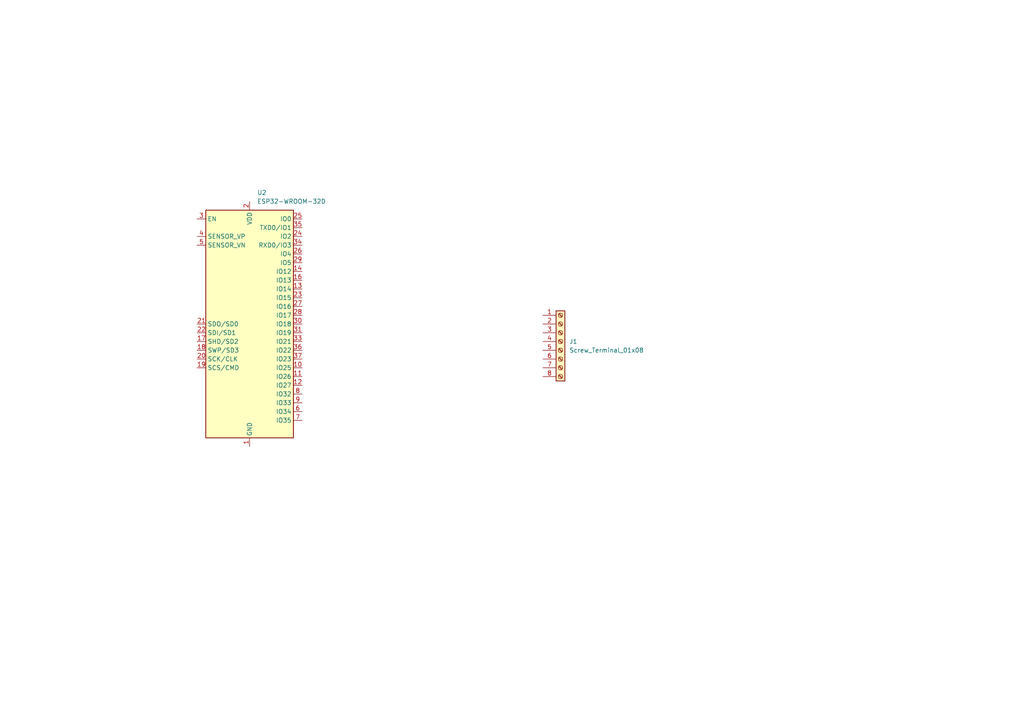
<source format=kicad_sch>
(kicad_sch (version 20230121) (generator eeschema)
  (paper "A4")
  (lib_symbols
    (symbol "Connector:Screw_Terminal_01x08" (pin_names (offset 1.016) hide)
      (property "Reference" "J" (at 0 10.16 0))
      (property "Value" "Screw_Terminal_01x08" (at 0 -12.7 0))
      (symbol "Screw_Terminal_01x08_1_1"
        (rectangle (start -1.27 8.89) (end 1.27 -11.43) (stroke (width 0.254)) (fill (type background)))
        (circle (center 0 -10.16) (radius 0.635) (stroke (width 0.1524)))
        (circle (center 0 -7.62) (radius 0.635) (stroke (width 0.1524)))
        (circle (center 0 -5.08) (radius 0.635) (stroke (width 0.1524)))
        (circle (center 0 -2.54) (radius 0.635) (stroke (width 0.1524)))
        (polyline (pts (xy -0.5334 -9.8298) (xy 0.3302 -10.668)) (stroke (width 0.1524)))
        (polyline (pts (xy -0.5334 -7.2898) (xy 0.3302 -8.128)) (stroke (width 0.1524)))
        (polyline (pts (xy -0.5334 -4.7498) (xy 0.3302 -5.588)) (stroke (width 0.1524)))
        (polyline (pts (xy -0.5334 -2.2098) (xy 0.3302 -3.048)) (stroke (width 0.1524)))
        (polyline (pts (xy -0.5334 0.3302) (xy 0.3302 -0.508)) (stroke (width 0.1524)))
        (polyline (pts (xy -0.5334 2.8702) (xy 0.3302 2.032)) (stroke (width 0.1524)))
        (polyline (pts (xy -0.5334 5.4102) (xy 0.3302 4.572)) (stroke (width 0.1524)))
        (polyline (pts (xy -0.5334 7.9502) (xy 0.3302 7.112)) (stroke (width 0.1524)))
        (polyline (pts (xy -0.3556 -9.652) (xy 0.508 -10.4902)) (stroke (width 0.1524)))
        (polyline (pts (xy -0.3556 -7.112) (xy 0.508 -7.9502)) (stroke (width 0.1524)))
        (polyline (pts (xy -0.3556 -4.572) (xy 0.508 -5.4102)) (stroke (width 0.1524)))
        (polyline (pts (xy -0.3556 -2.032) (xy 0.508 -2.8702)) (stroke (width 0.1524)))
        (polyline (pts (xy -0.3556 0.508) (xy 0.508 -0.3302)) (stroke (width 0.1524)))
        (polyline (pts (xy -0.3556 3.048) (xy 0.508 2.2098)) (stroke (width 0.1524)))
        (polyline (pts (xy -0.3556 5.588) (xy 0.508 4.7498)) (stroke (width 0.1524)))
        (polyline (pts (xy -0.3556 8.128) (xy 0.508 7.2898)) (stroke (width 0.1524)))
        (circle (center 0 0) (radius 0.635) (stroke (width 0.1524)))
        (circle (center 0 2.54) (radius 0.635) (stroke (width 0.1524)))
        (circle (center 0 5.08) (radius 0.635) (stroke (width 0.1524)))
        (circle (center 0 7.62) (radius 0.635) (stroke (width 0.1524)))
        (pin passive line (at -5.08 7.62 0) (length 3.81) (name "Pin_1") (number "1"))
        (pin passive line (at -5.08 5.08 0) (length 3.81) (name "Pin_2") (number "2"))
        (pin passive line (at -5.08 2.54 0) (length 3.81) (name "Pin_3") (number "3"))
        (pin passive line (at -5.08 0 0) (length 3.81) (name "Pin_4") (number "4"))
        (pin passive line (at -5.08 -2.54 0) (length 3.81) (name "Pin_5") (number "5"))
        (pin passive line (at -5.08 -5.08 0) (length 3.81) (name "Pin_6") (number "6"))
        (pin passive line (at -5.08 -7.62 0) (length 3.81) (name "Pin_7") (number "7"))
        (pin passive line (at -5.08 -10.16 0) (length 3.81) (name "Pin_8") (number "8"))
      )
    )
    (symbol "RF_Module:ESP32-WROOM-32D"
      (property "Reference" "U" (at -12.7 34.29 0))
      (property "Value" "ESP32-WROOM-32D" (at 1.27 34.29 0))
      (symbol "ESP32-WROOM-32D_0_1"
        (rectangle (start -12.7 33.02) (end 12.7 -33.02) (stroke (width 0.254)) (fill (type background)))
      )
      (symbol "ESP32-WROOM-32D_1_1"
        (pin power_in line (at 0 -35.56 90) (length 2.54) (name "GND") (number "1"))
        (pin bidirectional line (at 15.24 -12.7 180) (length 2.54) (name "IO25") (number "10"))
        (pin bidirectional line (at 15.24 -15.24 180) (length 2.54) (name "IO26") (number "11"))
        (pin bidirectional line (at 15.24 -17.78 180) (length 2.54) (name "IO27") (number "12"))
        (pin bidirectional line (at 15.24 10.16 180) (length 2.54) (name "IO14") (number "13"))
        (pin bidirectional line (at 15.24 15.24 180) (length 2.54) (name "IO12") (number "14"))
        (pin passive line (at 0 -35.56 90) (length 2.54) hide (name "GND") (number "15"))
        (pin bidirectional line (at 15.24 12.7 180) (length 2.54) (name "IO13") (number "16"))
        (pin bidirectional line (at -15.24 -5.08 0) (length 2.54) (name "SHD/SD2") (number "17"))
        (pin bidirectional line (at -15.24 -7.62 0) (length 2.54) (name "SWP/SD3") (number "18"))
        (pin bidirectional line (at -15.24 -12.7 0) (length 2.54) (name "SCS/CMD") (number "19"))
        (pin power_in line (at 0 35.56 270) (length 2.54) (name "VDD") (number "2"))
        (pin bidirectional line (at -15.24 -10.16 0) (length 2.54) (name "SCK/CLK") (number "20"))
        (pin bidirectional line (at -15.24 0 0) (length 2.54) (name "SDO/SD0") (number "21"))
        (pin bidirectional line (at -15.24 -2.54 0) (length 2.54) (name "SDI/SD1") (number "22"))
        (pin bidirectional line (at 15.24 7.62 180) (length 2.54) (name "IO15") (number "23"))
        (pin bidirectional line (at 15.24 25.4 180) (length 2.54) (name "IO2") (number "24"))
        (pin bidirectional line (at 15.24 30.48 180) (length 2.54) (name "IO0") (number "25"))
        (pin bidirectional line (at 15.24 20.32 180) (length 2.54) (name "IO4") (number "26"))
        (pin bidirectional line (at 15.24 5.08 180) (length 2.54) (name "IO16") (number "27"))
        (pin bidirectional line (at 15.24 2.54 180) (length 2.54) (name "IO17") (number "28"))
        (pin bidirectional line (at 15.24 17.78 180) (length 2.54) (name "IO5") (number "29"))
        (pin input line (at -15.24 30.48 0) (length 2.54) (name "EN") (number "3"))
        (pin bidirectional line (at 15.24 0 180) (length 2.54) (name "IO18") (number "30"))
        (pin bidirectional line (at 15.24 -2.54 180) (length 2.54) (name "IO19") (number "31"))
        (pin no_connect line (at -12.7 -27.94 0) (length 2.54) hide (name "NC") (number "32"))
        (pin bidirectional line (at 15.24 -5.08 180) (length 2.54) (name "IO21") (number "33"))
        (pin bidirectional line (at 15.24 22.86 180) (length 2.54) (name "RXD0/IO3") (number "34"))
        (pin bidirectional line (at 15.24 27.94 180) (length 2.54) (name "TXD0/IO1") (number "35"))
        (pin bidirectional line (at 15.24 -7.62 180) (length 2.54) (name "IO22") (number "36"))
        (pin bidirectional line (at 15.24 -10.16 180) (length 2.54) (name "IO23") (number "37"))
        (pin passive line (at 0 -35.56 90) (length 2.54) hide (name "GND") (number "38"))
        (pin passive line (at 0 -35.56 90) (length 2.54) hide (name "GND") (number "39"))
        (pin input line (at -15.24 25.4 0) (length 2.54) (name "SENSOR_VP") (number "4"))
        (pin input line (at -15.24 22.86 0) (length 2.54) (name "SENSOR_VN") (number "5"))
        (pin input line (at 15.24 -25.4 180) (length 2.54) (name "IO34") (number "6"))
        (pin input line (at 15.24 -27.94 180) (length 2.54) (name "IO35") (number "7"))
        (pin bidirectional line (at 15.24 -20.32 180) (length 2.54) (name "IO32") (number "8"))
        (pin bidirectional line (at 15.24 -22.86 180) (length 2.54) (name "IO33") (number "9"))
      )
    )
  )
  (symbol (lib_id "RF_Module:ESP32-WROOM-32D") (at 72.39 93.98 0) (unit 1)
    (property "Reference" "U2" (at 74.5841 55.88 0) (effects (justify left)))
    (property "Value" "ESP32-WROOM-32D" (at 74.5841 58.42 0) (effects (justify left)))
    (property "Footprint" "RF_Module:ESP32-WROOM-32D" (effects hide))
    (property "Datasheet" "https://www.espressif.com/sites/default/files/documentation/esp32-wroom-32d_esp32-wroom-32u_datasheet_en.pdf" (effects hide))
  )
  (symbol (lib_id "Connector:Screw_Terminal_01x08") (at 162.56 99.06 0) (unit 1)
    (property "Reference" "J1" (at 165.1 99.06 0) (effects (justify left)))
    (property "Value" "Screw_Terminal_01x08" (at 165.1 101.6 0) (effects (justify left)))
  )
)
</source>
